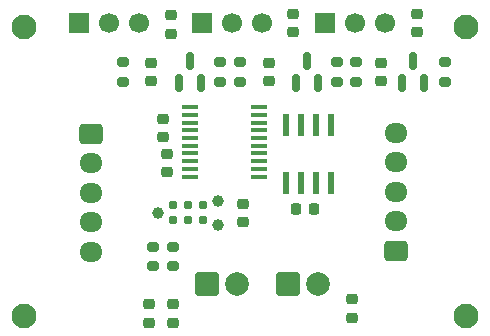
<source format=gbr>
%TF.GenerationSoftware,KiCad,Pcbnew,9.0.2*%
%TF.CreationDate,2025-06-30T23:17:22-04:00*%
%TF.ProjectId,Serv3Controller,53657276-3343-46f6-9e74-726f6c6c6572,rev?*%
%TF.SameCoordinates,Original*%
%TF.FileFunction,Soldermask,Top*%
%TF.FilePolarity,Negative*%
%FSLAX46Y46*%
G04 Gerber Fmt 4.6, Leading zero omitted, Abs format (unit mm)*
G04 Created by KiCad (PCBNEW 9.0.2) date 2025-06-30 23:17:22*
%MOMM*%
%LPD*%
G01*
G04 APERTURE LIST*
G04 Aperture macros list*
%AMRoundRect*
0 Rectangle with rounded corners*
0 $1 Rounding radius*
0 $2 $3 $4 $5 $6 $7 $8 $9 X,Y pos of 4 corners*
0 Add a 4 corners polygon primitive as box body*
4,1,4,$2,$3,$4,$5,$6,$7,$8,$9,$2,$3,0*
0 Add four circle primitives for the rounded corners*
1,1,$1+$1,$2,$3*
1,1,$1+$1,$4,$5*
1,1,$1+$1,$6,$7*
1,1,$1+$1,$8,$9*
0 Add four rect primitives between the rounded corners*
20,1,$1+$1,$2,$3,$4,$5,0*
20,1,$1+$1,$4,$5,$6,$7,0*
20,1,$1+$1,$6,$7,$8,$9,0*
20,1,$1+$1,$8,$9,$2,$3,0*%
G04 Aperture macros list end*
%ADD10RoundRect,0.250000X-0.725000X0.600000X-0.725000X-0.600000X0.725000X-0.600000X0.725000X0.600000X0*%
%ADD11O,1.950000X1.700000*%
%ADD12RoundRect,0.225000X-0.250000X0.225000X-0.250000X-0.225000X0.250000X-0.225000X0.250000X0.225000X0*%
%ADD13RoundRect,0.200000X-0.275000X0.200000X-0.275000X-0.200000X0.275000X-0.200000X0.275000X0.200000X0*%
%ADD14RoundRect,0.150000X0.150000X-0.587500X0.150000X0.587500X-0.150000X0.587500X-0.150000X-0.587500X0*%
%ADD15RoundRect,0.200000X0.275000X-0.200000X0.275000X0.200000X-0.275000X0.200000X-0.275000X-0.200000X0*%
%ADD16C,2.100000*%
%ADD17R,1.700000X1.700000*%
%ADD18C,1.700000*%
%ADD19RoundRect,0.250000X0.725000X-0.600000X0.725000X0.600000X-0.725000X0.600000X-0.725000X-0.600000X0*%
%ADD20RoundRect,0.250000X-0.750000X-0.750000X0.750000X-0.750000X0.750000X0.750000X-0.750000X0.750000X0*%
%ADD21C,2.000000*%
%ADD22RoundRect,0.218750X-0.256250X0.218750X-0.256250X-0.218750X0.256250X-0.218750X0.256250X0.218750X0*%
%ADD23RoundRect,0.225000X0.250000X-0.225000X0.250000X0.225000X-0.250000X0.225000X-0.250000X-0.225000X0*%
%ADD24R,0.558800X1.981200*%
%ADD25C,0.990600*%
%ADD26C,0.787400*%
%ADD27R,1.473200X0.355600*%
%ADD28RoundRect,0.225000X0.225000X0.250000X-0.225000X0.250000X-0.225000X-0.250000X0.225000X-0.250000X0*%
G04 APERTURE END LIST*
D10*
%TO.C,J6*%
X80800000Y-85300000D03*
D11*
X80800000Y-87800000D03*
X80800000Y-90300000D03*
X80800000Y-92800000D03*
X80800000Y-95300000D03*
%TD*%
D12*
%TO.C,C4*%
X93600000Y-91225000D03*
X93600000Y-92775000D03*
%TD*%
D13*
%TO.C,R7*%
X93400000Y-79237500D03*
X93400000Y-80887500D03*
%TD*%
D14*
%TO.C,Q2*%
X98100000Y-81000000D03*
X100000000Y-81000000D03*
X99050000Y-79125000D03*
%TD*%
D15*
%TO.C,R3*%
X91700000Y-80887500D03*
X91700000Y-79237500D03*
%TD*%
%TO.C,R1*%
X86000000Y-96525000D03*
X86000000Y-94875000D03*
%TD*%
D16*
%TO.C,REF\u002A\u002A*%
X75100000Y-76300000D03*
%TD*%
D15*
%TO.C,R5*%
X110710000Y-80887500D03*
X110710000Y-79237500D03*
%TD*%
D17*
%TO.C,J7*%
X90160000Y-75900000D03*
D18*
X92700000Y-75900000D03*
X95240000Y-75900000D03*
%TD*%
D13*
%TO.C,R8*%
X103210000Y-79237500D03*
X103210000Y-80887500D03*
%TD*%
D16*
%TO.C,REF\u002A\u002A*%
X75100000Y-100700000D03*
%TD*%
D19*
%TO.C,J5*%
X106550000Y-95200000D03*
D11*
X106550000Y-92700000D03*
X106550000Y-90200000D03*
X106550000Y-87700000D03*
X106550000Y-85200000D03*
%TD*%
D15*
%TO.C,R2*%
X87700000Y-96525000D03*
X87700000Y-94875000D03*
%TD*%
D16*
%TO.C,REF\u002A\u002A*%
X112500000Y-100700000D03*
%TD*%
D20*
%TO.C,J2*%
X97425000Y-98017500D03*
D21*
X99965000Y-98017500D03*
%TD*%
D14*
%TO.C,Q1*%
X88200000Y-81000000D03*
X90100000Y-81000000D03*
X89150000Y-79125000D03*
%TD*%
%TO.C,Q3*%
X107060000Y-81000000D03*
X108960000Y-81000000D03*
X108010000Y-79125000D03*
%TD*%
D17*
%TO.C,J8*%
X100600000Y-75900000D03*
D18*
X103140000Y-75900000D03*
X105680000Y-75900000D03*
%TD*%
D22*
%TO.C,D3*%
X85850000Y-79295000D03*
X85850000Y-80870000D03*
%TD*%
D12*
%TO.C,C1*%
X86900000Y-84025000D03*
X86900000Y-85575000D03*
%TD*%
D23*
%TO.C,C2*%
X87200000Y-88575000D03*
X87200000Y-87025000D03*
%TD*%
D24*
%TO.C,U2*%
X97295000Y-89463800D03*
X98565000Y-89463800D03*
X99835000Y-89463800D03*
X101105000Y-89463800D03*
X101105000Y-84536200D03*
X99835000Y-84536200D03*
X98565000Y-84536200D03*
X97295000Y-84536200D03*
%TD*%
D17*
%TO.C,J4*%
X79760000Y-75962500D03*
D18*
X82300000Y-75962500D03*
X84840000Y-75962500D03*
%TD*%
D22*
%TO.C,D1*%
X85700000Y-99712500D03*
X85700000Y-101287500D03*
%TD*%
D20*
%TO.C,J3*%
X90625000Y-98017500D03*
D21*
X93165000Y-98017500D03*
%TD*%
D15*
%TO.C,R4*%
X101600000Y-80887500D03*
X101600000Y-79237500D03*
%TD*%
D12*
%TO.C,C8*%
X108400000Y-75125000D03*
X108400000Y-76675000D03*
%TD*%
D25*
%TO.C,J1*%
X86460000Y-92000000D03*
X91540000Y-90984000D03*
X91540000Y-93016000D03*
D26*
X87730000Y-92635000D03*
X87730000Y-91365000D03*
X89000000Y-92635000D03*
X89000000Y-91365000D03*
X90270000Y-92635000D03*
X90270000Y-91365000D03*
%TD*%
D27*
%TO.C,U1*%
X89179000Y-83075000D03*
X89179000Y-83725001D03*
X89179000Y-84374999D03*
X89179000Y-85025001D03*
X89179000Y-85674999D03*
X89179000Y-86324998D03*
X89179000Y-86974999D03*
X89179000Y-87624998D03*
X89179000Y-88274999D03*
X89179000Y-88924998D03*
X95021000Y-88925000D03*
X95021000Y-88275002D03*
X95021000Y-87625001D03*
X95021000Y-86975002D03*
X95021000Y-86325001D03*
X95021000Y-85675002D03*
X95021000Y-85025001D03*
X95021000Y-84375002D03*
X95021000Y-83725001D03*
X95021000Y-83075002D03*
%TD*%
D22*
%TO.C,D4*%
X95800000Y-79295000D03*
X95800000Y-80870000D03*
%TD*%
%TO.C,D5*%
X105310000Y-79295000D03*
X105310000Y-80870000D03*
%TD*%
D13*
%TO.C,R6*%
X83450000Y-79237500D03*
X83450000Y-80887500D03*
%TD*%
D16*
%TO.C,REF\u002A\u002A*%
X112500000Y-76300000D03*
%TD*%
D12*
%TO.C,C7*%
X97900000Y-75150000D03*
X97900000Y-76700000D03*
%TD*%
%TO.C,C6*%
X87500000Y-75287500D03*
X87500000Y-76837500D03*
%TD*%
D22*
%TO.C,D2*%
X87700000Y-99712500D03*
X87700000Y-101287500D03*
%TD*%
D23*
%TO.C,C5*%
X102900000Y-100875000D03*
X102900000Y-99325000D03*
%TD*%
D28*
%TO.C,C3*%
X99675000Y-91700000D03*
X98125000Y-91700000D03*
%TD*%
M02*

</source>
